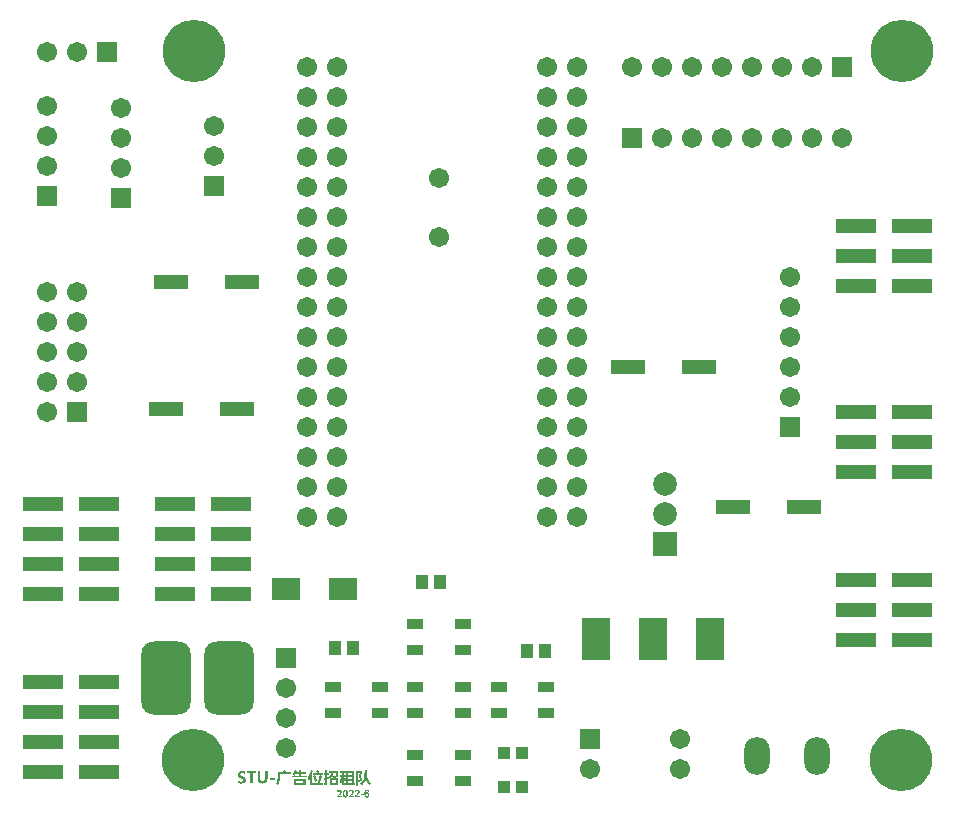
<source format=gts>
G04*
G04 #@! TF.GenerationSoftware,Altium Limited,Altium Designer,20.0.13 (296)*
G04*
G04 Layer_Color=8388736*
%FSLAX24Y24*%
%MOIN*%
G70*
G01*
G75*
%ADD28R,0.0446X0.0466*%
%ADD29R,0.0552X0.0356*%
%ADD30R,0.1379X0.0482*%
%ADD31R,0.1143X0.0474*%
%ADD32R,0.0946X0.0769*%
%ADD33R,0.0395X0.0415*%
%ADD34R,0.0671X0.0671*%
%ADD35C,0.0671*%
%ADD36R,0.0671X0.0671*%
%ADD37C,0.0310*%
%ADD38C,0.2080*%
G04:AMPARAMS|DCode=39|XSize=244.2mil|YSize=165.5mil|CornerRadius=43.4mil|HoleSize=0mil|Usage=FLASHONLY|Rotation=270.000|XOffset=0mil|YOffset=0mil|HoleType=Round|Shape=RoundedRectangle|*
%AMROUNDEDRECTD39*
21,1,0.2442,0.0787,0,0,270.0*
21,1,0.1575,0.1655,0,0,270.0*
1,1,0.0867,-0.0394,-0.0787*
1,1,0.0867,-0.0394,0.0787*
1,1,0.0867,0.0394,0.0787*
1,1,0.0867,0.0394,-0.0787*
%
%ADD39ROUNDEDRECTD39*%
%ADD40O,0.0867X0.1261*%
%ADD41R,0.0921X0.1433*%
%ADD42C,0.0789*%
%ADD43R,0.0789X0.0789*%
%ADD44C,0.0671*%
%ADD45R,0.0671X0.0671*%
G36*
X10009Y1149D02*
X10189D01*
Y1087D01*
X10009D01*
Y1030D01*
X10218D01*
Y968D01*
X9711D01*
Y1030D01*
X9771D01*
X9769Y1030D01*
X9767Y1032D01*
X9762Y1036D01*
X9755Y1040D01*
X9747Y1044D01*
X9739Y1049D01*
X9729Y1054D01*
X9720Y1060D01*
X9720Y1060D01*
X9722Y1063D01*
X9725Y1066D01*
X9728Y1071D01*
X9733Y1078D01*
X9738Y1085D01*
X9743Y1093D01*
X9749Y1103D01*
X9755Y1113D01*
X9762Y1125D01*
X9768Y1137D01*
X9775Y1150D01*
X9781Y1164D01*
X9787Y1178D01*
X9798Y1208D01*
X9867Y1190D01*
X9867Y1189D01*
X9866Y1186D01*
X9864Y1182D01*
X9862Y1177D01*
X9860Y1170D01*
X9857Y1164D01*
X9851Y1149D01*
X9935D01*
Y1215D01*
X10009D01*
Y1149D01*
D02*
G37*
G36*
X8070Y1180D02*
X8076D01*
X8083Y1180D01*
X8090Y1179D01*
X8105Y1177D01*
X8122Y1174D01*
X8138Y1170D01*
X8154Y1165D01*
Y1085D01*
X8153Y1086D01*
X8152Y1086D01*
X8150Y1088D01*
X8147Y1089D01*
X8143Y1091D01*
X8138Y1094D01*
X8133Y1097D01*
X8127Y1099D01*
X8113Y1104D01*
X8097Y1108D01*
X8079Y1111D01*
X8070Y1113D01*
X8054D01*
X8048Y1112D01*
X8041Y1111D01*
X8033Y1110D01*
X8025Y1108D01*
X8017Y1105D01*
X8009Y1101D01*
X8008Y1100D01*
X8006Y1099D01*
X8003Y1097D01*
X8000Y1093D01*
X7996Y1088D01*
X7993Y1083D01*
X7991Y1077D01*
X7990Y1070D01*
Y1069D01*
Y1067D01*
X7991Y1064D01*
X7992Y1061D01*
X7993Y1056D01*
X7995Y1051D01*
X7998Y1047D01*
X8003Y1041D01*
X8004Y1041D01*
X8006Y1039D01*
X8010Y1036D01*
X8016Y1032D01*
X8020Y1030D01*
X8024Y1027D01*
X8030Y1024D01*
X8035Y1021D01*
X8043Y1018D01*
X8050Y1014D01*
X8058Y1010D01*
X8067Y1006D01*
X8068D01*
X8070Y1005D01*
X8073Y1003D01*
X8077Y1001D01*
X8081Y999D01*
X8087Y996D01*
X8100Y990D01*
X8113Y982D01*
X8127Y973D01*
X8139Y962D01*
X8144Y957D01*
X8149Y952D01*
X8150Y951D01*
X8153Y947D01*
X8156Y941D01*
X8160Y933D01*
X8164Y923D01*
X8168Y911D01*
X8171Y898D01*
X8172Y884D01*
Y883D01*
Y881D01*
Y879D01*
X8171Y874D01*
X8170Y870D01*
X8170Y864D01*
X8166Y852D01*
X8162Y837D01*
X8159Y830D01*
X8154Y823D01*
X8149Y816D01*
X8144Y809D01*
X8138Y802D01*
X8131Y797D01*
X8130D01*
X8129Y795D01*
X8126Y794D01*
X8123Y792D01*
X8119Y789D01*
X8114Y787D01*
X8108Y784D01*
X8101Y782D01*
X8093Y779D01*
X8085Y776D01*
X8075Y774D01*
X8065Y771D01*
X8054Y769D01*
X8041Y768D01*
X8028Y767D01*
X8015Y767D01*
X8008D01*
X8003Y767D01*
X7997D01*
X7991Y768D01*
X7983Y769D01*
X7975Y769D01*
X7957Y772D01*
X7938Y776D01*
X7919Y781D01*
X7902Y788D01*
Y874D01*
X7903Y873D01*
X7904Y872D01*
X7906Y870D01*
X7910Y867D01*
X7915Y865D01*
X7920Y861D01*
X7927Y857D01*
X7934Y854D01*
X7941Y850D01*
X7950Y846D01*
X7969Y840D01*
X7978Y837D01*
X7989Y835D01*
X8000Y834D01*
X8011Y833D01*
X8017D01*
X8024Y834D01*
X8031Y835D01*
X8040Y837D01*
X8048Y839D01*
X8057Y842D01*
X8064Y846D01*
X8065Y846D01*
X8067Y848D01*
X8070Y851D01*
X8073Y854D01*
X8076Y859D01*
X8080Y864D01*
X8081Y870D01*
X8082Y877D01*
Y878D01*
Y879D01*
X8081Y883D01*
X8080Y887D01*
X8079Y891D01*
X8076Y896D01*
X8072Y902D01*
X8068Y907D01*
X8067Y908D01*
X8065Y910D01*
X8060Y913D01*
X8057Y916D01*
X8054Y918D01*
X8049Y920D01*
X8044Y924D01*
X8038Y927D01*
X8031Y930D01*
X8023Y934D01*
X8015Y938D01*
X8005Y942D01*
X7994Y947D01*
X7993Y948D01*
X7990Y949D01*
X7986Y951D01*
X7979Y954D01*
X7972Y959D01*
X7964Y964D01*
X7956Y970D01*
X7947Y976D01*
X7938Y984D01*
X7930Y993D01*
X7922Y1002D01*
X7915Y1012D01*
X7908Y1024D01*
X7904Y1036D01*
X7901Y1049D01*
X7900Y1063D01*
Y1064D01*
Y1065D01*
Y1068D01*
X7901Y1072D01*
X7901Y1076D01*
X7903Y1082D01*
X7905Y1095D01*
X7910Y1109D01*
X7914Y1116D01*
X7918Y1123D01*
X7923Y1130D01*
X7929Y1137D01*
X7935Y1144D01*
X7943Y1150D01*
X7943Y1150D01*
X7945Y1151D01*
X7947Y1152D01*
X7951Y1155D01*
X7955Y1157D01*
X7960Y1159D01*
X7966Y1163D01*
X7973Y1165D01*
X7980Y1169D01*
X7989Y1171D01*
X7998Y1174D01*
X8008Y1176D01*
X8019Y1178D01*
X8031Y1180D01*
X8043Y1180D01*
X8056Y1181D01*
X8065D01*
X8070Y1180D01*
D02*
G37*
G36*
X10582Y1215D02*
X10583Y1214D01*
X10584Y1212D01*
X10585Y1209D01*
X10587Y1205D01*
X10589Y1202D01*
X10594Y1192D01*
X10599Y1180D01*
X10605Y1167D01*
X10611Y1154D01*
X10617Y1139D01*
X10576Y1129D01*
X10733D01*
Y1062D01*
X10399D01*
Y1129D01*
X10536D01*
Y1130D01*
X10535Y1130D01*
X10534Y1134D01*
X10532Y1141D01*
X10528Y1148D01*
X10524Y1158D01*
X10519Y1170D01*
X10513Y1182D01*
X10508Y1196D01*
X10582Y1216D01*
Y1215D01*
D02*
G37*
G36*
X10889Y1126D02*
X10943D01*
Y1061D01*
X10889D01*
Y973D01*
X10890D01*
X10893Y975D01*
X10898Y976D01*
X10904Y977D01*
X10911Y979D01*
X10919Y981D01*
X10935Y986D01*
X10924Y1001D01*
X10925Y1001D01*
X10927Y1003D01*
X10932Y1005D01*
X10938Y1008D01*
X10945Y1013D01*
X10953Y1019D01*
X10961Y1025D01*
X10970Y1032D01*
X10979Y1041D01*
X10987Y1051D01*
X10995Y1061D01*
X11002Y1073D01*
X11008Y1085D01*
X11012Y1099D01*
X11015Y1113D01*
X11016Y1128D01*
X10951D01*
Y1194D01*
X11259D01*
Y1193D01*
Y1192D01*
Y1189D01*
Y1185D01*
X11259Y1181D01*
Y1175D01*
Y1169D01*
X11258Y1162D01*
Y1154D01*
X11257Y1146D01*
X11257Y1127D01*
X11255Y1106D01*
X11254Y1084D01*
Y1084D01*
Y1082D01*
X11253Y1078D01*
Y1075D01*
Y1069D01*
X11253Y1064D01*
X11251Y1052D01*
X11250Y1039D01*
X11248Y1026D01*
X11248Y1020D01*
X11246Y1015D01*
X11245Y1010D01*
X11244Y1007D01*
Y1006D01*
X11242Y1005D01*
X11241Y1001D01*
X11238Y998D01*
X11236Y994D01*
X11233Y990D01*
X11228Y985D01*
X11224Y981D01*
X11223Y981D01*
X11221Y980D01*
X11218Y978D01*
X11215Y976D01*
X11209Y974D01*
X11204Y972D01*
X11197Y970D01*
X11189Y968D01*
X11187D01*
X11185Y968D01*
X11179D01*
X11174Y967D01*
X11169D01*
X11163Y966D01*
X11157D01*
X11149Y966D01*
X11141D01*
X11130Y965D01*
X11120D01*
X11108Y964D01*
X11095D01*
Y966D01*
X11093Y970D01*
X11092Y975D01*
X11090Y983D01*
X11088Y993D01*
X11084Y1005D01*
X11080Y1018D01*
X11076Y1033D01*
X11082D01*
X11089Y1032D01*
X11109D01*
X11121Y1032D01*
X11146D01*
X11149Y1032D01*
X11153Y1033D01*
X11162Y1036D01*
X11167Y1038D01*
X11170Y1041D01*
X11171Y1041D01*
X11172Y1043D01*
X11174Y1045D01*
X11176Y1049D01*
X11178Y1053D01*
X11180Y1060D01*
X11181Y1067D01*
X11182Y1076D01*
Y1077D01*
Y1080D01*
X11183Y1086D01*
Y1092D01*
Y1100D01*
X11183Y1109D01*
Y1119D01*
Y1128D01*
X11088D01*
Y1128D01*
Y1127D01*
Y1125D01*
Y1123D01*
X11088Y1117D01*
X11086Y1108D01*
X11084Y1098D01*
X11081Y1086D01*
X11077Y1073D01*
X11073Y1060D01*
X11066Y1045D01*
X11058Y1029D01*
X11048Y1014D01*
X11036Y999D01*
X11023Y984D01*
X11007Y970D01*
X10988Y956D01*
X10978Y949D01*
X10967Y944D01*
X10966Y944D01*
X10965Y947D01*
X10962Y950D01*
X10959Y955D01*
X10955Y961D01*
X10949Y967D01*
X10944Y975D01*
X10938Y983D01*
Y982D01*
Y981D01*
Y979D01*
Y976D01*
Y969D01*
Y960D01*
Y950D01*
Y939D01*
X10938Y928D01*
Y918D01*
X10889Y903D01*
Y768D01*
Y767D01*
Y764D01*
X10888Y759D01*
X10887Y752D01*
X10886Y746D01*
X10884Y739D01*
X10881Y732D01*
X10878Y727D01*
X10877Y726D01*
X10876Y724D01*
X10873Y722D01*
X10870Y719D01*
X10865Y716D01*
X10860Y713D01*
X10854Y710D01*
X10846Y709D01*
X10846D01*
X10843Y708D01*
X10838D01*
X10831Y708D01*
X10822Y707D01*
X10810Y706D01*
X10797Y706D01*
X10781Y705D01*
Y706D01*
Y706D01*
X10780Y708D01*
Y710D01*
X10780Y717D01*
X10778Y725D01*
X10776Y735D01*
X10775Y747D01*
X10772Y759D01*
X10769Y772D01*
X10777D01*
X10782Y773D01*
X10810D01*
X10813Y774D01*
X10815Y775D01*
X10818Y778D01*
X10821Y782D01*
X10822Y787D01*
X10823Y794D01*
Y884D01*
X10769Y868D01*
X10764Y944D01*
X10823Y957D01*
Y1061D01*
X10767D01*
Y1126D01*
X10823D01*
Y1213D01*
X10889D01*
Y1126D01*
D02*
G37*
G36*
X9129Y897D02*
X8976D01*
Y956D01*
X9129D01*
Y897D01*
D02*
G37*
G36*
X8894Y946D02*
Y945D01*
Y944D01*
Y941D01*
Y938D01*
X8893Y934D01*
X8893Y929D01*
X8892Y924D01*
X8891Y918D01*
X8889Y904D01*
X8885Y889D01*
X8880Y873D01*
X8873Y856D01*
X8864Y839D01*
X8853Y823D01*
X8847Y815D01*
X8840Y808D01*
X8832Y801D01*
X8824Y795D01*
X8814Y789D01*
X8805Y784D01*
X8794Y778D01*
X8783Y775D01*
X8770Y771D01*
X8757Y769D01*
X8742Y767D01*
X8727Y767D01*
X8724D01*
X8720Y767D01*
X8717D01*
X8713Y768D01*
X8702Y769D01*
X8691Y772D01*
X8677Y776D01*
X8662Y781D01*
X8647Y789D01*
X8632Y798D01*
X8618Y809D01*
X8611Y816D01*
X8604Y823D01*
X8598Y832D01*
X8592Y840D01*
X8586Y850D01*
X8582Y860D01*
X8577Y871D01*
X8574Y883D01*
X8571Y896D01*
X8569Y910D01*
X8567Y925D01*
X8567Y940D01*
Y1174D01*
X8652D01*
Y940D01*
Y939D01*
Y936D01*
X8653Y931D01*
X8654Y925D01*
X8655Y917D01*
X8656Y909D01*
X8659Y900D01*
X8662Y891D01*
X8667Y881D01*
X8672Y872D01*
X8678Y863D01*
X8686Y856D01*
X8694Y849D01*
X8705Y844D01*
X8718Y841D01*
X8731Y840D01*
X8735D01*
X8739Y841D01*
X8744Y841D01*
X8750Y843D01*
X8756Y845D01*
X8762Y848D01*
X8770Y852D01*
X8777Y857D01*
X8784Y863D01*
X8790Y871D01*
X8796Y881D01*
X8801Y892D01*
X8805Y905D01*
X8808Y920D01*
X8809Y937D01*
Y1174D01*
X8894D01*
Y946D01*
D02*
G37*
G36*
X12044Y1143D02*
X11999Y1015D01*
X11999Y1014D01*
X12001Y1012D01*
X12003Y1010D01*
X12006Y1006D01*
X12010Y1001D01*
X12013Y996D01*
X12017Y990D01*
X12022Y983D01*
X12030Y966D01*
X12038Y949D01*
X12041Y939D01*
X12043Y929D01*
X12045Y919D01*
X12045Y909D01*
Y908D01*
Y907D01*
Y905D01*
X12045Y902D01*
X12044Y894D01*
X12041Y885D01*
X12037Y874D01*
X12032Y865D01*
X12025Y855D01*
X12019Y851D01*
X12014Y847D01*
X12013D01*
X12013Y846D01*
X12011Y846D01*
X12009Y845D01*
X12002Y841D01*
X11993Y838D01*
X11982Y835D01*
X11968Y832D01*
X11953Y830D01*
X11935Y828D01*
Y830D01*
X11934Y833D01*
X11932Y838D01*
X11930Y845D01*
X11927Y854D01*
X11923Y865D01*
X11919Y877D01*
X11914Y890D01*
Y701D01*
X11846D01*
Y1192D01*
X12044D01*
Y1143D01*
D02*
G37*
G36*
X10482Y1040D02*
X10483Y1038D01*
X10484Y1034D01*
X10486Y1030D01*
X10488Y1023D01*
X10491Y1016D01*
X10495Y1006D01*
X10498Y995D01*
X10503Y983D01*
X10508Y969D01*
X10513Y953D01*
X10520Y935D01*
X10527Y914D01*
X10534Y892D01*
X10543Y868D01*
X10552Y842D01*
X10480Y819D01*
Y820D01*
X10480Y821D01*
Y822D01*
X10479Y825D01*
X10477Y832D01*
X10474Y840D01*
X10471Y850D01*
X10467Y863D01*
X10463Y876D01*
X10459Y891D01*
X10454Y907D01*
X10449Y923D01*
X10438Y956D01*
X10433Y973D01*
X10427Y989D01*
X10422Y1005D01*
X10417Y1019D01*
X10482Y1040D01*
Y1040D01*
D02*
G37*
G36*
X8516Y1104D02*
X8401D01*
Y773D01*
X8315D01*
Y1104D01*
X8201D01*
Y1174D01*
X8516D01*
Y1104D01*
D02*
G37*
G36*
X10716Y1021D02*
Y1020D01*
X10716Y1019D01*
X10715Y1016D01*
X10713Y1012D01*
X10711Y1007D01*
X10709Y1000D01*
X10706Y991D01*
X10702Y979D01*
X10697Y966D01*
X10694Y959D01*
X10692Y950D01*
X10688Y941D01*
X10685Y931D01*
X10681Y921D01*
X10677Y910D01*
X10673Y898D01*
X10669Y885D01*
X10664Y872D01*
X10659Y858D01*
X10654Y843D01*
X10649Y827D01*
X10643Y810D01*
X10637Y792D01*
X10751D01*
Y726D01*
X10388D01*
Y792D01*
X10563D01*
Y793D01*
X10563Y793D01*
X10564Y795D01*
X10565Y797D01*
X10567Y804D01*
X10570Y813D01*
X10574Y824D01*
X10578Y837D01*
X10583Y852D01*
X10588Y868D01*
X10593Y886D01*
X10599Y906D01*
X10605Y927D01*
X10611Y948D01*
X10618Y971D01*
X10624Y995D01*
X10635Y1043D01*
X10716Y1021D01*
D02*
G37*
G36*
X11500Y1137D02*
X11499D01*
X11497Y1136D01*
X11494Y1135D01*
X11488Y1134D01*
X11480Y1133D01*
X11470Y1131D01*
X11459Y1130D01*
X11446Y1128D01*
X11434Y1126D01*
Y1062D01*
X11502D01*
Y1000D01*
X11434D01*
Y939D01*
X11452Y957D01*
X11454Y957D01*
X11457Y953D01*
X11463Y949D01*
X11470Y942D01*
X11480Y934D01*
X11491Y924D01*
X11503Y913D01*
X11517Y899D01*
Y1189D01*
X11778D01*
Y780D01*
X11810D01*
Y716D01*
X11472D01*
Y780D01*
X11517D01*
Y894D01*
X11474Y852D01*
X11473Y853D01*
X11470Y856D01*
X11467Y861D01*
X11461Y867D01*
X11456Y874D01*
X11448Y882D01*
X11434Y898D01*
Y702D01*
X11369D01*
Y900D01*
X11369Y898D01*
X11367Y895D01*
X11365Y891D01*
X11364Y886D01*
X11361Y879D01*
X11358Y873D01*
X11355Y865D01*
X11348Y848D01*
X11340Y830D01*
X11330Y810D01*
X11320Y789D01*
Y790D01*
X11319Y791D01*
Y793D01*
X11318Y797D01*
X11317Y800D01*
X11316Y805D01*
X11313Y816D01*
X11310Y830D01*
X11305Y844D01*
X11301Y860D01*
X11295Y877D01*
X11296Y878D01*
X11296Y879D01*
X11298Y882D01*
X11301Y886D01*
X11304Y891D01*
X11307Y897D01*
X11311Y904D01*
X11316Y912D01*
X11320Y920D01*
X11325Y930D01*
X11330Y940D01*
X11335Y951D01*
X11346Y974D01*
X11356Y1000D01*
X11297D01*
Y1062D01*
X11369D01*
Y1118D01*
X11368D01*
X11364Y1117D01*
X11358D01*
X11350Y1117D01*
X11341Y1116D01*
X11330Y1115D01*
X11319Y1114D01*
X11307Y1113D01*
Y1114D01*
Y1115D01*
Y1117D01*
X11307Y1120D01*
X11306Y1127D01*
X11305Y1136D01*
X11303Y1146D01*
X11302Y1157D01*
X11300Y1169D01*
X11297Y1180D01*
X11301D01*
X11306Y1180D01*
X11312D01*
X11320Y1181D01*
X11329Y1181D01*
X11340Y1183D01*
X11353Y1184D01*
X11365Y1185D01*
X11380Y1187D01*
X11395Y1189D01*
X11412Y1191D01*
X11429Y1192D01*
X11446Y1196D01*
X11484Y1202D01*
X11500Y1137D01*
D02*
G37*
G36*
X12203Y1209D02*
Y1207D01*
Y1202D01*
Y1196D01*
Y1190D01*
X12203Y1182D01*
Y1173D01*
Y1163D01*
X12202Y1142D01*
X12201Y1119D01*
X12201Y1097D01*
X12199Y1075D01*
Y1075D01*
Y1074D01*
X12200Y1072D01*
Y1070D01*
X12201Y1064D01*
X12203Y1055D01*
X12205Y1045D01*
X12207Y1032D01*
X12210Y1019D01*
X12213Y1005D01*
X12217Y990D01*
X12221Y975D01*
X12229Y944D01*
X12234Y929D01*
X12240Y914D01*
X12245Y901D01*
X12251Y889D01*
X12251Y888D01*
X12252Y886D01*
X12254Y883D01*
X12256Y878D01*
X12260Y873D01*
X12264Y867D01*
X12269Y859D01*
X12275Y852D01*
X12280Y845D01*
X12288Y836D01*
X12295Y828D01*
X12303Y819D01*
X12312Y810D01*
X12322Y802D01*
X12332Y794D01*
X12343Y786D01*
X12342Y785D01*
X12339Y781D01*
X12334Y775D01*
X12328Y767D01*
X12321Y756D01*
X12312Y743D01*
X12302Y728D01*
X12291Y710D01*
X12290Y712D01*
X12286Y715D01*
X12282Y721D01*
X12275Y729D01*
X12268Y738D01*
X12258Y750D01*
X12249Y763D01*
X12239Y778D01*
X12229Y794D01*
X12218Y811D01*
X12208Y830D01*
X12198Y849D01*
X12189Y870D01*
X12181Y891D01*
X12174Y913D01*
X12169Y935D01*
Y934D01*
X12168Y930D01*
X12166Y924D01*
X12164Y915D01*
X12160Y905D01*
X12155Y892D01*
X12150Y878D01*
X12143Y863D01*
X12135Y846D01*
X12124Y828D01*
X12113Y809D01*
X12099Y789D01*
X12084Y769D01*
X12067Y749D01*
X12047Y728D01*
X12026Y707D01*
Y708D01*
X12025Y708D01*
X12024Y710D01*
X12023Y713D01*
X12018Y720D01*
X12012Y729D01*
X12005Y739D01*
X11997Y751D01*
X11988Y763D01*
X11977Y776D01*
X11979Y776D01*
X11982Y779D01*
X11986Y783D01*
X11993Y788D01*
X12001Y795D01*
X12010Y802D01*
X12019Y811D01*
X12030Y822D01*
X12040Y832D01*
X12050Y845D01*
X12061Y857D01*
X12071Y870D01*
X12080Y883D01*
X12088Y898D01*
X12095Y913D01*
X12101Y927D01*
Y928D01*
X12102Y931D01*
X12104Y936D01*
X12105Y943D01*
X12107Y951D01*
X12109Y962D01*
X12112Y975D01*
X12115Y989D01*
X12117Y1005D01*
X12119Y1024D01*
X12122Y1044D01*
X12124Y1067D01*
X12125Y1091D01*
X12126Y1117D01*
X12128Y1146D01*
Y1176D01*
Y1210D01*
X12203D01*
Y1209D01*
D02*
G37*
G36*
X11251Y705D02*
X11182D01*
Y732D01*
X11033D01*
Y705D01*
X10964D01*
Y942D01*
X11251D01*
Y705D01*
D02*
G37*
G36*
X10160Y704D02*
X10090D01*
Y731D01*
X9839D01*
Y704D01*
X9768D01*
Y931D01*
X10160D01*
Y704D01*
D02*
G37*
G36*
X10406Y1191D02*
Y1191D01*
X10406Y1189D01*
X10405Y1186D01*
X10403Y1182D01*
X10401Y1177D01*
X10399Y1171D01*
X10397Y1165D01*
X10394Y1157D01*
X10388Y1141D01*
X10381Y1124D01*
X10373Y1106D01*
X10366Y1087D01*
Y702D01*
X10296D01*
Y942D01*
X10296Y942D01*
X10294Y940D01*
X10293Y937D01*
X10289Y930D01*
X10284Y922D01*
X10278Y911D01*
X10272Y900D01*
X10257Y877D01*
Y878D01*
X10256Y879D01*
Y881D01*
X10255Y883D01*
X10255Y887D01*
X10254Y892D01*
X10252Y896D01*
X10251Y902D01*
X10248Y915D01*
X10244Y930D01*
X10239Y947D01*
X10234Y966D01*
X10235Y967D01*
X10237Y970D01*
X10239Y975D01*
X10243Y982D01*
X10248Y991D01*
X10254Y1002D01*
X10260Y1014D01*
X10267Y1029D01*
X10275Y1046D01*
X10283Y1064D01*
X10292Y1084D01*
X10301Y1106D01*
X10311Y1130D01*
X10320Y1156D01*
X10331Y1183D01*
X10340Y1212D01*
X10406Y1191D01*
D02*
G37*
G36*
X9483Y1216D02*
X9484Y1215D01*
X9484Y1213D01*
X9485Y1211D01*
X9488Y1205D01*
X9491Y1196D01*
X9494Y1187D01*
X9498Y1176D01*
X9503Y1165D01*
X9506Y1152D01*
X9683D01*
Y1084D01*
X9304D01*
Y979D01*
Y979D01*
Y977D01*
Y975D01*
Y971D01*
Y967D01*
X9303Y962D01*
Y955D01*
X9302Y949D01*
Y941D01*
X9302Y933D01*
X9300Y916D01*
X9298Y896D01*
X9295Y875D01*
X9291Y852D01*
X9287Y830D01*
X9282Y806D01*
X9274Y783D01*
X9267Y760D01*
X9258Y739D01*
X9247Y719D01*
X9235Y700D01*
X9234Y701D01*
X9232Y704D01*
X9230Y705D01*
X9227Y708D01*
X9224Y711D01*
X9220Y714D01*
X9215Y719D01*
X9210Y724D01*
X9202Y730D01*
X9195Y737D01*
X9186Y745D01*
X9175Y754D01*
X9176Y755D01*
X9178Y758D01*
X9180Y762D01*
X9184Y768D01*
X9189Y776D01*
X9193Y786D01*
X9199Y797D01*
X9204Y810D01*
X9209Y826D01*
X9214Y843D01*
X9219Y862D01*
X9223Y883D01*
X9226Y907D01*
X9229Y931D01*
X9230Y959D01*
Y988D01*
Y1152D01*
X9419D01*
X9418Y1154D01*
X9418Y1156D01*
X9416Y1161D01*
X9413Y1167D01*
X9410Y1174D01*
X9407Y1182D01*
X9401Y1199D01*
X9483Y1216D01*
Y1216D01*
D02*
G37*
G36*
X12220Y562D02*
X12223D01*
X12226Y562D01*
X12232Y560D01*
X12240Y558D01*
X12248Y555D01*
X12256Y551D01*
X12260Y549D01*
X12263Y546D01*
X12264D01*
X12264Y545D01*
X12265Y544D01*
X12266Y543D01*
X12268Y541D01*
X12270Y539D01*
X12274Y534D01*
X12278Y527D01*
X12282Y519D01*
X12286Y509D01*
X12288Y498D01*
X12241Y493D01*
Y494D01*
X12240Y495D01*
X12240Y498D01*
X12239Y501D01*
X12238Y505D01*
X12236Y508D01*
X12234Y512D01*
X12232Y515D01*
X12231Y515D01*
X12230Y516D01*
X12229Y517D01*
X12226Y518D01*
X12224Y519D01*
X12220Y521D01*
X12216Y521D01*
X12212Y522D01*
X12212D01*
X12210Y521D01*
X12207Y521D01*
X12203Y520D01*
X12199Y518D01*
X12195Y516D01*
X12190Y512D01*
X12186Y508D01*
X12186Y507D01*
X12185Y506D01*
X12184Y505D01*
X12183Y503D01*
X12182Y501D01*
X12182Y498D01*
X12181Y495D01*
X12179Y491D01*
X12178Y487D01*
X12177Y482D01*
X12176Y477D01*
X12175Y471D01*
X12174Y465D01*
X12173Y457D01*
X12172Y449D01*
X12173Y450D01*
X12173Y451D01*
X12174Y451D01*
X12176Y453D01*
X12178Y455D01*
X12180Y457D01*
X12185Y461D01*
X12192Y464D01*
X12199Y468D01*
X12204Y469D01*
X12208Y470D01*
X12213Y471D01*
X12218Y471D01*
X12221D01*
X12223Y471D01*
X12226Y471D01*
X12229Y470D01*
X12233Y469D01*
X12236Y468D01*
X12245Y465D01*
X12249Y464D01*
X12253Y461D01*
X12258Y459D01*
X12262Y455D01*
X12267Y452D01*
X12271Y448D01*
X12271Y447D01*
X12272Y447D01*
X12273Y445D01*
X12274Y444D01*
X12276Y441D01*
X12278Y438D01*
X12280Y435D01*
X12282Y431D01*
X12284Y427D01*
X12286Y422D01*
X12288Y418D01*
X12290Y412D01*
X12291Y407D01*
X12292Y400D01*
X12293Y394D01*
X12293Y387D01*
Y387D01*
Y385D01*
Y383D01*
X12293Y380D01*
X12292Y377D01*
X12292Y373D01*
X12291Y369D01*
X12290Y364D01*
X12287Y354D01*
X12286Y349D01*
X12283Y344D01*
X12280Y338D01*
X12277Y333D01*
X12274Y328D01*
X12270Y324D01*
X12269Y323D01*
X12269Y323D01*
X12267Y321D01*
X12266Y320D01*
X12263Y318D01*
X12260Y316D01*
X12257Y314D01*
X12254Y312D01*
X12250Y310D01*
X12245Y307D01*
X12240Y306D01*
X12235Y304D01*
X12229Y302D01*
X12223Y301D01*
X12217Y300D01*
X12210Y300D01*
X12209D01*
X12207Y300D01*
X12204D01*
X12201Y301D01*
X12197Y301D01*
X12193Y303D01*
X12188Y304D01*
X12183Y305D01*
X12178Y307D01*
X12172Y310D01*
X12167Y313D01*
X12162Y316D01*
X12156Y320D01*
X12151Y325D01*
X12146Y330D01*
X12146Y330D01*
X12145Y331D01*
X12144Y333D01*
X12143Y336D01*
X12141Y339D01*
X12139Y343D01*
X12136Y348D01*
X12134Y354D01*
X12132Y360D01*
X12129Y367D01*
X12128Y375D01*
X12126Y385D01*
X12124Y394D01*
X12123Y405D01*
X12122Y417D01*
X12122Y429D01*
Y430D01*
Y430D01*
Y431D01*
Y432D01*
Y436D01*
X12122Y441D01*
X12122Y447D01*
X12123Y453D01*
X12124Y461D01*
X12125Y468D01*
X12126Y476D01*
X12128Y485D01*
X12130Y494D01*
X12133Y502D01*
X12136Y510D01*
X12139Y518D01*
X12143Y525D01*
X12148Y531D01*
X12148Y531D01*
X12149Y532D01*
X12150Y534D01*
X12152Y536D01*
X12155Y538D01*
X12158Y541D01*
X12162Y544D01*
X12166Y547D01*
X12171Y549D01*
X12175Y552D01*
X12181Y555D01*
X12187Y558D01*
X12193Y559D01*
X12200Y561D01*
X12208Y562D01*
X12215Y562D01*
X12218D01*
X12220Y562D01*
D02*
G37*
G36*
X12104Y373D02*
X12007D01*
Y422D01*
X12104D01*
Y373D01*
D02*
G37*
G36*
X11894Y562D02*
X11897Y562D01*
X11901Y561D01*
X11905Y560D01*
X11910Y560D01*
X11919Y557D01*
X11929Y553D01*
X11934Y551D01*
X11939Y549D01*
X11943Y545D01*
X11947Y542D01*
X11948Y541D01*
X11949Y541D01*
X11949Y539D01*
X11951Y538D01*
X11953Y536D01*
X11954Y533D01*
X11956Y531D01*
X11959Y528D01*
X11962Y520D01*
X11966Y512D01*
X11967Y507D01*
X11968Y502D01*
X11969Y496D01*
X11969Y491D01*
Y490D01*
Y488D01*
X11969Y484D01*
X11968Y480D01*
X11968Y475D01*
X11967Y469D01*
X11965Y464D01*
X11963Y458D01*
X11963Y457D01*
X11962Y455D01*
X11960Y452D01*
X11958Y448D01*
X11956Y443D01*
X11952Y437D01*
X11948Y431D01*
X11943Y425D01*
X11943Y425D01*
X11941Y423D01*
X11939Y420D01*
X11936Y417D01*
X11931Y412D01*
X11926Y406D01*
X11919Y400D01*
X11911Y392D01*
X11911Y392D01*
X11910Y391D01*
X11909Y390D01*
X11907Y389D01*
X11903Y385D01*
X11899Y381D01*
X11894Y376D01*
X11889Y371D01*
X11884Y367D01*
X11883Y365D01*
X11882Y364D01*
X11881Y363D01*
X11880Y363D01*
X11879Y361D01*
X11878Y359D01*
X11875Y355D01*
X11872Y350D01*
X11969D01*
Y305D01*
X11797D01*
Y305D01*
Y306D01*
X11798Y307D01*
X11798Y309D01*
X11798Y311D01*
X11799Y314D01*
X11800Y321D01*
X11802Y328D01*
X11805Y336D01*
X11809Y345D01*
X11814Y354D01*
Y354D01*
X11815Y355D01*
X11815Y356D01*
X11817Y358D01*
X11818Y360D01*
X11820Y363D01*
X11823Y366D01*
X11826Y370D01*
X11829Y374D01*
X11833Y379D01*
X11838Y384D01*
X11843Y390D01*
X11849Y395D01*
X11855Y401D01*
X11862Y408D01*
X11869Y415D01*
X11869Y415D01*
X11870Y417D01*
X11872Y418D01*
X11874Y420D01*
X11877Y422D01*
X11880Y425D01*
X11887Y432D01*
X11893Y439D01*
X11900Y446D01*
X11903Y449D01*
X11906Y452D01*
X11908Y455D01*
X11910Y457D01*
X11910Y458D01*
X11911Y460D01*
X11913Y463D01*
X11915Y467D01*
X11917Y471D01*
X11919Y476D01*
X11920Y482D01*
X11920Y487D01*
Y488D01*
Y488D01*
Y490D01*
X11920Y493D01*
X11919Y497D01*
X11918Y501D01*
X11916Y505D01*
X11914Y509D01*
X11911Y513D01*
X11911Y513D01*
X11910Y514D01*
X11907Y516D01*
X11905Y517D01*
X11901Y519D01*
X11897Y520D01*
X11892Y521D01*
X11887Y522D01*
X11884D01*
X11881Y521D01*
X11878Y521D01*
X11874Y519D01*
X11870Y518D01*
X11866Y515D01*
X11862Y512D01*
X11862Y512D01*
X11860Y511D01*
X11859Y508D01*
X11857Y505D01*
X11856Y501D01*
X11854Y495D01*
X11853Y489D01*
X11852Y482D01*
X11803Y486D01*
Y487D01*
X11803Y488D01*
Y490D01*
X11804Y493D01*
X11805Y496D01*
X11806Y500D01*
X11807Y504D01*
X11808Y509D01*
X11812Y518D01*
X11816Y528D01*
X11819Y533D01*
X11822Y537D01*
X11826Y541D01*
X11830Y545D01*
X11830Y545D01*
X11831Y545D01*
X11832Y546D01*
X11834Y548D01*
X11836Y549D01*
X11839Y550D01*
X11842Y552D01*
X11846Y553D01*
X11850Y555D01*
X11855Y557D01*
X11864Y560D01*
X11876Y562D01*
X11882Y562D01*
X11888Y562D01*
X11892D01*
X11894Y562D01*
D02*
G37*
G36*
X11695D02*
X11698Y562D01*
X11702Y561D01*
X11706Y560D01*
X11711Y560D01*
X11720Y557D01*
X11730Y553D01*
X11735Y551D01*
X11739Y549D01*
X11744Y545D01*
X11748Y542D01*
X11749Y541D01*
X11749Y541D01*
X11750Y539D01*
X11752Y538D01*
X11754Y536D01*
X11755Y533D01*
X11757Y531D01*
X11759Y528D01*
X11763Y520D01*
X11767Y512D01*
X11768Y507D01*
X11769Y502D01*
X11770Y496D01*
X11770Y491D01*
Y490D01*
Y488D01*
X11770Y484D01*
X11769Y480D01*
X11769Y475D01*
X11768Y469D01*
X11766Y464D01*
X11764Y458D01*
X11764Y457D01*
X11763Y455D01*
X11761Y452D01*
X11759Y448D01*
X11756Y443D01*
X11753Y437D01*
X11749Y431D01*
X11744Y425D01*
X11744Y425D01*
X11742Y423D01*
X11740Y420D01*
X11737Y417D01*
X11732Y412D01*
X11727Y406D01*
X11720Y400D01*
X11712Y392D01*
X11712Y392D01*
X11711Y391D01*
X11710Y390D01*
X11708Y389D01*
X11704Y385D01*
X11700Y381D01*
X11695Y376D01*
X11690Y371D01*
X11685Y367D01*
X11684Y365D01*
X11682Y364D01*
X11682Y363D01*
X11681Y363D01*
X11680Y361D01*
X11679Y359D01*
X11675Y355D01*
X11672Y350D01*
X11770D01*
Y305D01*
X11598D01*
Y305D01*
Y306D01*
X11598Y307D01*
X11599Y309D01*
X11599Y311D01*
X11600Y314D01*
X11601Y321D01*
X11603Y328D01*
X11606Y336D01*
X11610Y345D01*
X11615Y354D01*
Y354D01*
X11616Y355D01*
X11616Y356D01*
X11618Y358D01*
X11619Y360D01*
X11621Y363D01*
X11624Y366D01*
X11627Y370D01*
X11630Y374D01*
X11634Y379D01*
X11639Y384D01*
X11644Y390D01*
X11650Y395D01*
X11656Y401D01*
X11662Y408D01*
X11670Y415D01*
X11670Y415D01*
X11671Y417D01*
X11673Y418D01*
X11675Y420D01*
X11678Y422D01*
X11681Y425D01*
X11688Y432D01*
X11694Y439D01*
X11701Y446D01*
X11704Y449D01*
X11707Y452D01*
X11709Y455D01*
X11711Y457D01*
X11711Y458D01*
X11712Y460D01*
X11714Y463D01*
X11716Y467D01*
X11718Y471D01*
X11719Y476D01*
X11721Y482D01*
X11721Y487D01*
Y488D01*
Y488D01*
Y490D01*
X11721Y493D01*
X11720Y497D01*
X11719Y501D01*
X11717Y505D01*
X11715Y509D01*
X11712Y513D01*
X11712Y513D01*
X11711Y514D01*
X11708Y516D01*
X11706Y517D01*
X11702Y519D01*
X11698Y520D01*
X11693Y521D01*
X11688Y522D01*
X11685D01*
X11682Y521D01*
X11679Y521D01*
X11675Y519D01*
X11671Y518D01*
X11667Y515D01*
X11663Y512D01*
X11662Y512D01*
X11661Y511D01*
X11660Y508D01*
X11658Y505D01*
X11657Y501D01*
X11655Y495D01*
X11654Y489D01*
X11653Y482D01*
X11604Y486D01*
Y487D01*
X11604Y488D01*
Y490D01*
X11605Y493D01*
X11606Y496D01*
X11607Y500D01*
X11608Y504D01*
X11609Y509D01*
X11613Y518D01*
X11617Y528D01*
X11620Y533D01*
X11623Y537D01*
X11627Y541D01*
X11631Y545D01*
X11631Y545D01*
X11632Y545D01*
X11633Y546D01*
X11635Y548D01*
X11637Y549D01*
X11640Y550D01*
X11643Y552D01*
X11647Y553D01*
X11651Y555D01*
X11655Y557D01*
X11665Y560D01*
X11677Y562D01*
X11682Y562D01*
X11689Y562D01*
X11692D01*
X11695Y562D01*
D02*
G37*
G36*
X11297D02*
X11300Y562D01*
X11304Y561D01*
X11308Y560D01*
X11312Y560D01*
X11322Y557D01*
X11332Y553D01*
X11337Y551D01*
X11341Y549D01*
X11346Y545D01*
X11350Y542D01*
X11351Y541D01*
X11351Y541D01*
X11352Y539D01*
X11354Y538D01*
X11355Y536D01*
X11357Y533D01*
X11359Y531D01*
X11361Y528D01*
X11365Y520D01*
X11369Y512D01*
X11370Y507D01*
X11371Y502D01*
X11372Y496D01*
X11372Y491D01*
Y490D01*
Y488D01*
X11372Y484D01*
X11371Y480D01*
X11371Y475D01*
X11369Y469D01*
X11368Y464D01*
X11366Y458D01*
X11365Y457D01*
X11365Y455D01*
X11363Y452D01*
X11361Y448D01*
X11358Y443D01*
X11355Y437D01*
X11351Y431D01*
X11346Y425D01*
X11346Y425D01*
X11344Y423D01*
X11342Y420D01*
X11339Y417D01*
X11334Y412D01*
X11329Y406D01*
X11322Y400D01*
X11314Y392D01*
X11314Y392D01*
X11313Y391D01*
X11312Y390D01*
X11310Y389D01*
X11306Y385D01*
X11301Y381D01*
X11297Y376D01*
X11292Y371D01*
X11287Y367D01*
X11286Y365D01*
X11284Y364D01*
X11284Y363D01*
X11283Y363D01*
X11282Y361D01*
X11281Y359D01*
X11277Y355D01*
X11274Y350D01*
X11372D01*
Y305D01*
X11200D01*
Y305D01*
Y306D01*
X11200Y307D01*
X11201Y309D01*
X11201Y311D01*
X11201Y314D01*
X11203Y321D01*
X11205Y328D01*
X11208Y336D01*
X11212Y345D01*
X11217Y354D01*
Y354D01*
X11217Y355D01*
X11218Y356D01*
X11220Y358D01*
X11221Y360D01*
X11223Y363D01*
X11226Y366D01*
X11229Y370D01*
X11232Y374D01*
X11236Y379D01*
X11241Y384D01*
X11246Y390D01*
X11251Y395D01*
X11258Y401D01*
X11264Y408D01*
X11272Y415D01*
X11272Y415D01*
X11273Y417D01*
X11275Y418D01*
X11277Y420D01*
X11280Y422D01*
X11283Y425D01*
X11290Y432D01*
X11296Y439D01*
X11303Y446D01*
X11306Y449D01*
X11309Y452D01*
X11311Y455D01*
X11312Y457D01*
X11313Y458D01*
X11314Y460D01*
X11316Y463D01*
X11318Y467D01*
X11320Y471D01*
X11321Y476D01*
X11322Y482D01*
X11323Y487D01*
Y488D01*
Y488D01*
Y490D01*
X11322Y493D01*
X11322Y497D01*
X11321Y501D01*
X11319Y505D01*
X11317Y509D01*
X11314Y513D01*
X11314Y513D01*
X11312Y514D01*
X11310Y516D01*
X11308Y517D01*
X11304Y519D01*
X11300Y520D01*
X11295Y521D01*
X11290Y522D01*
X11287D01*
X11284Y521D01*
X11281Y521D01*
X11277Y519D01*
X11273Y518D01*
X11268Y515D01*
X11265Y512D01*
X11264Y512D01*
X11263Y511D01*
X11262Y508D01*
X11260Y505D01*
X11258Y501D01*
X11257Y495D01*
X11256Y489D01*
X11255Y482D01*
X11206Y486D01*
Y487D01*
X11206Y488D01*
Y490D01*
X11207Y493D01*
X11207Y496D01*
X11209Y500D01*
X11210Y504D01*
X11211Y509D01*
X11214Y518D01*
X11219Y528D01*
X11222Y533D01*
X11225Y537D01*
X11229Y541D01*
X11233Y545D01*
X11233Y545D01*
X11234Y545D01*
X11235Y546D01*
X11237Y548D01*
X11239Y549D01*
X11242Y550D01*
X11245Y552D01*
X11249Y553D01*
X11253Y555D01*
X11257Y557D01*
X11267Y560D01*
X11278Y562D01*
X11284Y562D01*
X11291Y562D01*
X11294D01*
X11297Y562D01*
D02*
G37*
G36*
X11495D02*
X11497Y562D01*
X11501Y561D01*
X11505Y560D01*
X11509Y559D01*
X11514Y558D01*
X11519Y556D01*
X11523Y554D01*
X11528Y551D01*
X11533Y548D01*
X11538Y545D01*
X11542Y540D01*
X11546Y536D01*
X11547Y535D01*
X11547Y534D01*
X11549Y532D01*
X11550Y530D01*
X11552Y526D01*
X11554Y522D01*
X11557Y517D01*
X11559Y511D01*
X11561Y504D01*
X11564Y496D01*
X11566Y488D01*
X11567Y478D01*
X11569Y468D01*
X11570Y457D01*
X11571Y444D01*
X11571Y431D01*
Y431D01*
Y430D01*
Y429D01*
Y428D01*
Y424D01*
X11571Y419D01*
X11571Y413D01*
X11570Y406D01*
X11569Y399D01*
X11569Y391D01*
X11567Y382D01*
X11565Y373D01*
X11563Y365D01*
X11561Y356D01*
X11558Y348D01*
X11554Y340D01*
X11551Y333D01*
X11546Y326D01*
X11546Y326D01*
X11545Y325D01*
X11544Y324D01*
X11543Y322D01*
X11540Y320D01*
X11538Y318D01*
X11534Y316D01*
X11531Y313D01*
X11527Y311D01*
X11523Y308D01*
X11518Y306D01*
X11513Y304D01*
X11507Y303D01*
X11501Y301D01*
X11495Y300D01*
X11488Y300D01*
X11487D01*
X11485Y300D01*
X11482D01*
X11479Y301D01*
X11475Y301D01*
X11471Y302D01*
X11467Y304D01*
X11462Y305D01*
X11457Y307D01*
X11452Y309D01*
X11447Y312D01*
X11442Y315D01*
X11437Y319D01*
X11432Y323D01*
X11428Y328D01*
X11428Y329D01*
X11427Y330D01*
X11426Y332D01*
X11425Y334D01*
X11423Y337D01*
X11421Y341D01*
X11419Y347D01*
X11417Y352D01*
X11415Y359D01*
X11412Y366D01*
X11411Y375D01*
X11409Y384D01*
X11408Y394D01*
X11406Y406D01*
X11406Y418D01*
X11405Y431D01*
Y432D01*
Y432D01*
Y433D01*
Y435D01*
Y438D01*
X11406Y443D01*
X11406Y449D01*
X11407Y456D01*
X11408Y464D01*
X11408Y472D01*
X11410Y480D01*
X11411Y489D01*
X11413Y498D01*
X11416Y506D01*
X11419Y514D01*
X11422Y522D01*
X11426Y529D01*
X11430Y536D01*
X11431Y536D01*
X11431Y537D01*
X11432Y538D01*
X11434Y540D01*
X11436Y542D01*
X11439Y544D01*
X11442Y546D01*
X11445Y549D01*
X11449Y552D01*
X11453Y554D01*
X11458Y556D01*
X11463Y558D01*
X11469Y560D01*
X11475Y561D01*
X11482Y562D01*
X11488Y562D01*
X11492D01*
X11495Y562D01*
D02*
G37*
%LPC*%
G36*
X9935Y1087D02*
X9821D01*
Y1086D01*
X9821Y1086D01*
X9818Y1082D01*
X9815Y1075D01*
X9810Y1068D01*
X9805Y1059D01*
X9799Y1049D01*
X9786Y1030D01*
X9935D01*
Y1087D01*
D02*
G37*
G36*
X11971Y1132D02*
X11914D01*
Y899D01*
X11918D01*
X11921Y898D01*
X11932D01*
X11938Y898D01*
X11953D01*
X11955Y898D01*
X11960Y899D01*
X11964Y900D01*
X11969Y903D01*
X11973Y907D01*
X11976Y911D01*
X11977Y918D01*
Y919D01*
Y920D01*
Y922D01*
X11977Y926D01*
X11976Y929D01*
X11975Y933D01*
X11973Y938D01*
X11971Y944D01*
X11969Y951D01*
X11966Y958D01*
X11962Y965D01*
X11958Y973D01*
X11952Y981D01*
X11946Y990D01*
X11939Y999D01*
X11931Y1008D01*
Y1008D01*
X11931Y1010D01*
X11932Y1014D01*
X11934Y1018D01*
X11936Y1023D01*
X11938Y1029D01*
X11940Y1037D01*
X11943Y1045D01*
X11946Y1054D01*
X11949Y1064D01*
X11952Y1073D01*
X11956Y1084D01*
X11963Y1108D01*
X11971Y1132D01*
D02*
G37*
G36*
X11710Y1124D02*
X11586D01*
Y1052D01*
X11710D01*
Y1124D01*
D02*
G37*
G36*
Y990D02*
X11586D01*
Y917D01*
X11710D01*
Y990D01*
D02*
G37*
G36*
Y855D02*
X11586D01*
Y780D01*
X11710D01*
Y855D01*
D02*
G37*
G36*
X11182Y879D02*
X11033D01*
Y794D01*
X11182D01*
Y879D01*
D02*
G37*
G36*
X10090Y867D02*
X9839D01*
Y795D01*
X10090D01*
Y867D01*
D02*
G37*
G36*
X12210Y435D02*
X12208D01*
X12205Y434D01*
X12202Y434D01*
X12198Y432D01*
X12194Y430D01*
X12190Y427D01*
X12186Y424D01*
X12186Y423D01*
X12185Y421D01*
X12183Y419D01*
X12182Y415D01*
X12180Y411D01*
X12178Y405D01*
X12177Y398D01*
X12177Y391D01*
Y390D01*
Y390D01*
Y388D01*
Y387D01*
X12178Y383D01*
X12178Y377D01*
X12179Y371D01*
X12181Y365D01*
X12184Y359D01*
X12188Y354D01*
X12188Y353D01*
X12189Y352D01*
X12192Y350D01*
X12195Y347D01*
X12199Y345D01*
X12203Y343D01*
X12208Y341D01*
X12213Y341D01*
X12215D01*
X12218Y341D01*
X12221Y342D01*
X12224Y343D01*
X12228Y345D01*
X12232Y348D01*
X12236Y351D01*
X12236Y351D01*
X12237Y353D01*
X12239Y356D01*
X12240Y360D01*
X12242Y364D01*
X12243Y370D01*
X12245Y378D01*
X12245Y386D01*
Y387D01*
Y387D01*
Y389D01*
Y390D01*
X12245Y395D01*
X12244Y400D01*
X12242Y406D01*
X12241Y412D01*
X12238Y418D01*
X12235Y423D01*
X12235Y424D01*
X12233Y425D01*
X12231Y427D01*
X12228Y429D01*
X12225Y431D01*
X12220Y433D01*
X12216Y435D01*
X12210Y435D01*
D02*
G37*
G36*
X11488Y522D02*
X11487D01*
X11485Y521D01*
X11483Y521D01*
X11480Y520D01*
X11478Y519D01*
X11475Y518D01*
X11472Y516D01*
X11472Y515D01*
X11471Y515D01*
X11470Y513D01*
X11469Y511D01*
X11467Y508D01*
X11465Y505D01*
X11463Y501D01*
X11462Y495D01*
Y495D01*
X11462Y495D01*
Y493D01*
X11461Y492D01*
X11461Y489D01*
X11460Y487D01*
X11460Y484D01*
X11460Y480D01*
X11459Y476D01*
X11459Y471D01*
X11458Y466D01*
X11458Y460D01*
X11458Y454D01*
Y447D01*
X11457Y439D01*
Y431D01*
Y431D01*
Y429D01*
Y427D01*
Y424D01*
Y420D01*
X11458Y416D01*
Y411D01*
X11458Y406D01*
X11458Y396D01*
X11459Y385D01*
X11459Y381D01*
X11460Y376D01*
X11461Y372D01*
X11462Y368D01*
X11462Y368D01*
X11462Y366D01*
X11463Y363D01*
X11465Y360D01*
X11466Y356D01*
X11468Y352D01*
X11470Y349D01*
X11473Y346D01*
X11473Y346D01*
X11474Y346D01*
X11475Y344D01*
X11477Y344D01*
X11479Y343D01*
X11482Y341D01*
X11485Y341D01*
X11488Y341D01*
X11490D01*
X11492Y341D01*
X11493Y341D01*
X11496Y342D01*
X11499Y343D01*
X11501Y344D01*
X11504Y346D01*
X11504Y347D01*
X11505Y347D01*
X11506Y349D01*
X11508Y351D01*
X11509Y354D01*
X11511Y357D01*
X11513Y361D01*
X11515Y367D01*
Y367D01*
X11515Y367D01*
Y369D01*
X11515Y370D01*
X11516Y373D01*
X11516Y375D01*
X11517Y378D01*
X11517Y382D01*
X11517Y386D01*
X11518Y391D01*
X11519Y396D01*
X11519Y402D01*
X11519Y408D01*
Y415D01*
X11520Y423D01*
Y431D01*
Y431D01*
Y433D01*
Y435D01*
Y438D01*
Y442D01*
X11519Y446D01*
Y451D01*
X11519Y456D01*
X11519Y466D01*
X11518Y476D01*
X11517Y481D01*
X11516Y486D01*
X11516Y490D01*
X11515Y493D01*
Y494D01*
X11515Y494D01*
X11514Y496D01*
X11513Y499D01*
X11512Y502D01*
X11510Y506D01*
X11508Y510D01*
X11506Y513D01*
X11504Y516D01*
X11503Y516D01*
X11503Y517D01*
X11501Y518D01*
X11499Y519D01*
X11497Y520D01*
X11495Y521D01*
X11492Y521D01*
X11488Y522D01*
D02*
G37*
%LPD*%
D28*
X17531Y5200D02*
D03*
X18137D02*
D03*
X14653Y7490D02*
D03*
X14047D02*
D03*
X11127Y5300D02*
D03*
X11733D02*
D03*
D29*
X16613Y3117D02*
D03*
X18187D02*
D03*
Y3983D02*
D03*
X16613D02*
D03*
X13825Y5217D02*
D03*
X15400D02*
D03*
Y6083D02*
D03*
X13825D02*
D03*
X11063Y3117D02*
D03*
X12637D02*
D03*
Y3983D02*
D03*
X11063D02*
D03*
X13825Y3983D02*
D03*
X15400D02*
D03*
Y3117D02*
D03*
X13825D02*
D03*
Y1733D02*
D03*
X15400D02*
D03*
Y867D02*
D03*
X13825D02*
D03*
D30*
X7675Y7100D02*
D03*
X5825D02*
D03*
X7675Y8100D02*
D03*
X5825D02*
D03*
X7675Y9100D02*
D03*
X5825D02*
D03*
X7675Y10100D02*
D03*
X5825D02*
D03*
X1425Y4150D02*
D03*
X3275D02*
D03*
X1425Y3150D02*
D03*
X3275D02*
D03*
X1425Y2150D02*
D03*
X3275D02*
D03*
X1425Y1150D02*
D03*
X3275D02*
D03*
X1425Y10100D02*
D03*
X3275D02*
D03*
X1425Y9100D02*
D03*
X3275D02*
D03*
X1425Y8100D02*
D03*
X3275D02*
D03*
X1425Y7100D02*
D03*
X3275D02*
D03*
X30375Y11150D02*
D03*
X28525D02*
D03*
X30375Y12150D02*
D03*
X28525D02*
D03*
X30375Y13150D02*
D03*
X28525D02*
D03*
Y19350D02*
D03*
X30375D02*
D03*
X28525Y18350D02*
D03*
X30375D02*
D03*
X28525Y17350D02*
D03*
X30375D02*
D03*
X28525Y7550D02*
D03*
X30375D02*
D03*
X28525Y6550D02*
D03*
X30375D02*
D03*
X28525Y5550D02*
D03*
X30375D02*
D03*
D31*
X23281Y14650D02*
D03*
X20919D02*
D03*
X26781Y10000D02*
D03*
X24419D02*
D03*
X5519Y13250D02*
D03*
X7881D02*
D03*
X5669Y17500D02*
D03*
X8031D02*
D03*
D32*
X11395Y7250D02*
D03*
X9505D02*
D03*
D33*
X17360Y1800D02*
D03*
X16770D02*
D03*
X17360Y650D02*
D03*
X16770D02*
D03*
D34*
X2550Y13150D02*
D03*
X26300Y12650D02*
D03*
X7100Y20700D02*
D03*
X9500Y4950D02*
D03*
X1550Y20350D02*
D03*
X4000Y20300D02*
D03*
D35*
X1550Y13150D02*
D03*
X2550Y14150D02*
D03*
X1550D02*
D03*
X2550Y15150D02*
D03*
X1550D02*
D03*
X2550Y16150D02*
D03*
X1550D02*
D03*
X2550Y17150D02*
D03*
X1550D02*
D03*
X22050Y22300D02*
D03*
X23050D02*
D03*
X24050D02*
D03*
X25050D02*
D03*
X26050D02*
D03*
X27050D02*
D03*
X28050D02*
D03*
X21050Y24650D02*
D03*
X22050D02*
D03*
X23050D02*
D03*
X24050D02*
D03*
X25050D02*
D03*
X26050D02*
D03*
X27050D02*
D03*
X14600Y18981D02*
D03*
Y20950D02*
D03*
X26300Y13650D02*
D03*
Y14650D02*
D03*
Y15650D02*
D03*
Y16650D02*
D03*
Y17650D02*
D03*
X7100Y21700D02*
D03*
Y22700D02*
D03*
X9500Y1950D02*
D03*
Y2950D02*
D03*
Y3950D02*
D03*
X19200Y20650D02*
D03*
X18200D02*
D03*
X19200Y19650D02*
D03*
X18200D02*
D03*
X19200Y18650D02*
D03*
X18200D02*
D03*
X19200Y17650D02*
D03*
X18200D02*
D03*
X19200Y24650D02*
D03*
X18200D02*
D03*
X19200Y23650D02*
D03*
X18200D02*
D03*
X19200Y22650D02*
D03*
X18200D02*
D03*
X19200Y21650D02*
D03*
X18200D02*
D03*
X10200Y24650D02*
D03*
X11200D02*
D03*
X10200Y23650D02*
D03*
X11200D02*
D03*
X10200Y22650D02*
D03*
X11200D02*
D03*
X10200Y21650D02*
D03*
X11200D02*
D03*
X10200Y20650D02*
D03*
X11200D02*
D03*
X10200Y19650D02*
D03*
X11200D02*
D03*
X10200Y18650D02*
D03*
X11200D02*
D03*
X10200Y17650D02*
D03*
X11200D02*
D03*
X10200Y16650D02*
D03*
X11200D02*
D03*
X10200Y15650D02*
D03*
X11200D02*
D03*
X10200Y14650D02*
D03*
X11200D02*
D03*
X10200Y13650D02*
D03*
X11200D02*
D03*
X10200Y12650D02*
D03*
X11200D02*
D03*
X10200Y11650D02*
D03*
X11200D02*
D03*
X10200Y10650D02*
D03*
X11200D02*
D03*
X10200Y9650D02*
D03*
X11200D02*
D03*
X18200Y13650D02*
D03*
X19200D02*
D03*
X18200Y14650D02*
D03*
X19200D02*
D03*
X18200Y15650D02*
D03*
X19200D02*
D03*
X18200Y16650D02*
D03*
X19200D02*
D03*
X18200Y9650D02*
D03*
X19200D02*
D03*
X18200Y10650D02*
D03*
X19200D02*
D03*
X18200Y11650D02*
D03*
X19200D02*
D03*
X18200Y12650D02*
D03*
X19200D02*
D03*
X2550Y25150D02*
D03*
X1550D02*
D03*
Y23350D02*
D03*
Y22350D02*
D03*
Y21350D02*
D03*
X4000Y23300D02*
D03*
Y22300D02*
D03*
Y21300D02*
D03*
D36*
X21050Y22300D02*
D03*
X28050Y24650D02*
D03*
X3550Y25150D02*
D03*
D37*
X7058Y25761D02*
D03*
X7272Y25297D02*
D03*
X7172Y24795D02*
D03*
X6796Y24448D02*
D03*
X6288Y24388D02*
D03*
X5842Y24639D02*
D03*
X5628Y25103D02*
D03*
X5728Y25605D02*
D03*
X6104Y25952D02*
D03*
X6612Y26012D02*
D03*
X30658Y25761D02*
D03*
X30872Y25297D02*
D03*
X30772Y24795D02*
D03*
X30396Y24448D02*
D03*
X29888Y24388D02*
D03*
X29442Y24639D02*
D03*
X29228Y25103D02*
D03*
X29328Y25605D02*
D03*
X29704Y25952D02*
D03*
X30212Y26012D02*
D03*
X7008Y2109D02*
D03*
X7222Y1645D02*
D03*
X7122Y1143D02*
D03*
X6746Y796D02*
D03*
X6238Y736D02*
D03*
X5792Y987D02*
D03*
X5578Y1451D02*
D03*
X5678Y1953D02*
D03*
X6054Y2300D02*
D03*
X6562Y2360D02*
D03*
X30608Y2109D02*
D03*
X30822Y1645D02*
D03*
X30722Y1143D02*
D03*
X30346Y796D02*
D03*
X29838Y736D02*
D03*
X29392Y987D02*
D03*
X29178Y1451D02*
D03*
X29278Y1953D02*
D03*
X29654Y2300D02*
D03*
X30162Y2360D02*
D03*
D38*
X6450Y25200D02*
D03*
X30050D02*
D03*
X6400Y1548D02*
D03*
X30000D02*
D03*
D39*
X7600Y4300D02*
D03*
X5513D02*
D03*
D40*
X27200Y1700D02*
D03*
X25200D02*
D03*
D41*
X19851Y5600D02*
D03*
X21741D02*
D03*
X23630D02*
D03*
D42*
X22150Y10750D02*
D03*
Y9750D02*
D03*
D43*
Y8750D02*
D03*
D44*
X22650Y1250D02*
D03*
Y2250D02*
D03*
X19650Y1250D02*
D03*
D45*
Y2250D02*
D03*
M02*

</source>
